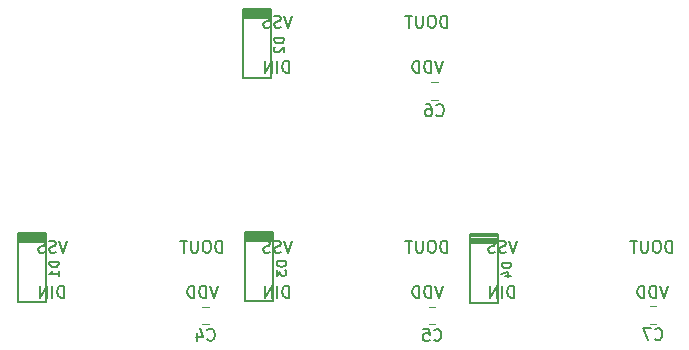
<source format=gbr>
%TF.GenerationSoftware,KiCad,Pcbnew,(5.1.10)-1*%
%TF.CreationDate,2021-11-19T23:24:49+01:00*%
%TF.ProjectId,Labbe,4c616262-652e-46b6-9963-61645f706362,rev?*%
%TF.SameCoordinates,Original*%
%TF.FileFunction,Legend,Bot*%
%TF.FilePolarity,Positive*%
%FSLAX46Y46*%
G04 Gerber Fmt 4.6, Leading zero omitted, Abs format (unit mm)*
G04 Created by KiCad (PCBNEW (5.1.10)-1) date 2021-11-19 23:24:49*
%MOMM*%
%LPD*%
G01*
G04 APERTURE LIST*
%ADD10C,0.120000*%
%ADD11C,0.200000*%
%ADD12C,0.150000*%
G04 APERTURE END LIST*
D10*
%TO.C,C4*%
X195606948Y-118073500D02*
X196129452Y-118073500D01*
X195606948Y-119543500D02*
X196129452Y-119543500D01*
%TO.C,C5*%
X214804448Y-118086200D02*
X215326952Y-118086200D01*
X214804448Y-119556200D02*
X215326952Y-119556200D01*
%TO.C,C6*%
X215003748Y-100531600D02*
X215526252Y-100531600D01*
X215003748Y-99061600D02*
X215526252Y-99061600D01*
%TO.C,C7*%
X233516448Y-118035400D02*
X234038952Y-118035400D01*
X233516448Y-119505400D02*
X234038952Y-119505400D01*
D11*
%TO.C,D1*%
X179965500Y-112584900D02*
X182365500Y-112584900D01*
X179965500Y-112409900D02*
X182365500Y-112409900D01*
X179965500Y-112234900D02*
X182365500Y-112234900D01*
X182365500Y-111834900D02*
X179965500Y-111834900D01*
X179965500Y-112059900D02*
X182365500Y-112059900D01*
X179965500Y-111934900D02*
X182365500Y-111934900D01*
X179965500Y-111859900D02*
X179965500Y-117659900D01*
X179965500Y-117659900D02*
X182365500Y-117659900D01*
X182365500Y-117659900D02*
X182365500Y-111859900D01*
%TO.C,D2*%
X201428200Y-98710400D02*
X201428200Y-92910400D01*
X199028200Y-98710400D02*
X201428200Y-98710400D01*
X199028200Y-92910400D02*
X199028200Y-98710400D01*
X199028200Y-92985400D02*
X201428200Y-92985400D01*
X199028200Y-93110400D02*
X201428200Y-93110400D01*
X201428200Y-92885400D02*
X199028200Y-92885400D01*
X199028200Y-93285400D02*
X201428200Y-93285400D01*
X199028200Y-93460400D02*
X201428200Y-93460400D01*
X199028200Y-93635400D02*
X201428200Y-93635400D01*
%TO.C,D3*%
X199218700Y-112533200D02*
X201618700Y-112533200D01*
X199218700Y-112358200D02*
X201618700Y-112358200D01*
X199218700Y-112183200D02*
X201618700Y-112183200D01*
X201618700Y-111783200D02*
X199218700Y-111783200D01*
X199218700Y-112008200D02*
X201618700Y-112008200D01*
X199218700Y-111883200D02*
X201618700Y-111883200D01*
X199218700Y-111808200D02*
X199218700Y-117608200D01*
X199218700Y-117608200D02*
X201618700Y-117608200D01*
X201618700Y-117608200D02*
X201618700Y-111808200D01*
%TO.C,D4*%
X220668700Y-117722300D02*
X220668700Y-111922300D01*
X218268700Y-117722300D02*
X220668700Y-117722300D01*
X218268700Y-111922300D02*
X218268700Y-117722300D01*
X218268700Y-111997300D02*
X220668700Y-111997300D01*
X218268700Y-112122300D02*
X220668700Y-112122300D01*
X220668700Y-111897300D02*
X218268700Y-111897300D01*
X218268700Y-112297300D02*
X220668700Y-112297300D01*
X218268700Y-112472300D02*
X220668700Y-112472300D01*
X218268700Y-112647300D02*
X220668700Y-112647300D01*
%TO.C,C4*%
D12*
X196034866Y-120845642D02*
X196082485Y-120893261D01*
X196225342Y-120940880D01*
X196320580Y-120940880D01*
X196463438Y-120893261D01*
X196558676Y-120798023D01*
X196606295Y-120702785D01*
X196653914Y-120512309D01*
X196653914Y-120369452D01*
X196606295Y-120178976D01*
X196558676Y-120083738D01*
X196463438Y-119988500D01*
X196320580Y-119940880D01*
X196225342Y-119940880D01*
X196082485Y-119988500D01*
X196034866Y-120036119D01*
X195177723Y-120274214D02*
X195177723Y-120940880D01*
X195415819Y-119893261D02*
X195653914Y-120607547D01*
X195034866Y-120607547D01*
%TO.C,C5*%
X215232366Y-120858342D02*
X215279985Y-120905961D01*
X215422842Y-120953580D01*
X215518080Y-120953580D01*
X215660938Y-120905961D01*
X215756176Y-120810723D01*
X215803795Y-120715485D01*
X215851414Y-120525009D01*
X215851414Y-120382152D01*
X215803795Y-120191676D01*
X215756176Y-120096438D01*
X215660938Y-120001200D01*
X215518080Y-119953580D01*
X215422842Y-119953580D01*
X215279985Y-120001200D01*
X215232366Y-120048819D01*
X214327604Y-119953580D02*
X214803795Y-119953580D01*
X214851414Y-120429771D01*
X214803795Y-120382152D01*
X214708557Y-120334533D01*
X214470461Y-120334533D01*
X214375223Y-120382152D01*
X214327604Y-120429771D01*
X214279985Y-120525009D01*
X214279985Y-120763104D01*
X214327604Y-120858342D01*
X214375223Y-120905961D01*
X214470461Y-120953580D01*
X214708557Y-120953580D01*
X214803795Y-120905961D01*
X214851414Y-120858342D01*
%TO.C,C6*%
X215431666Y-101833742D02*
X215479285Y-101881361D01*
X215622142Y-101928980D01*
X215717380Y-101928980D01*
X215860238Y-101881361D01*
X215955476Y-101786123D01*
X216003095Y-101690885D01*
X216050714Y-101500409D01*
X216050714Y-101357552D01*
X216003095Y-101167076D01*
X215955476Y-101071838D01*
X215860238Y-100976600D01*
X215717380Y-100928980D01*
X215622142Y-100928980D01*
X215479285Y-100976600D01*
X215431666Y-101024219D01*
X214574523Y-100928980D02*
X214765000Y-100928980D01*
X214860238Y-100976600D01*
X214907857Y-101024219D01*
X215003095Y-101167076D01*
X215050714Y-101357552D01*
X215050714Y-101738504D01*
X215003095Y-101833742D01*
X214955476Y-101881361D01*
X214860238Y-101928980D01*
X214669761Y-101928980D01*
X214574523Y-101881361D01*
X214526904Y-101833742D01*
X214479285Y-101738504D01*
X214479285Y-101500409D01*
X214526904Y-101405171D01*
X214574523Y-101357552D01*
X214669761Y-101309933D01*
X214860238Y-101309933D01*
X214955476Y-101357552D01*
X215003095Y-101405171D01*
X215050714Y-101500409D01*
%TO.C,C7*%
X233944366Y-120807542D02*
X233991985Y-120855161D01*
X234134842Y-120902780D01*
X234230080Y-120902780D01*
X234372938Y-120855161D01*
X234468176Y-120759923D01*
X234515795Y-120664685D01*
X234563414Y-120474209D01*
X234563414Y-120331352D01*
X234515795Y-120140876D01*
X234468176Y-120045638D01*
X234372938Y-119950400D01*
X234230080Y-119902780D01*
X234134842Y-119902780D01*
X233991985Y-119950400D01*
X233944366Y-119998019D01*
X233611033Y-119902780D02*
X232944366Y-119902780D01*
X233372938Y-120902780D01*
%TO.C,D1*%
X183452404Y-114269423D02*
X182652404Y-114269423D01*
X182652404Y-114459900D01*
X182690500Y-114574185D01*
X182766690Y-114650376D01*
X182842880Y-114688471D01*
X182995261Y-114726566D01*
X183109547Y-114726566D01*
X183261928Y-114688471D01*
X183338119Y-114650376D01*
X183414309Y-114574185D01*
X183452404Y-114459900D01*
X183452404Y-114269423D01*
X183452404Y-115488471D02*
X183452404Y-115031328D01*
X183452404Y-115259900D02*
X182652404Y-115259900D01*
X182766690Y-115183709D01*
X182842880Y-115107519D01*
X182880976Y-115031328D01*
%TO.C,D2*%
X202515104Y-95319923D02*
X201715104Y-95319923D01*
X201715104Y-95510400D01*
X201753200Y-95624685D01*
X201829390Y-95700876D01*
X201905580Y-95738971D01*
X202057961Y-95777066D01*
X202172247Y-95777066D01*
X202324628Y-95738971D01*
X202400819Y-95700876D01*
X202477009Y-95624685D01*
X202515104Y-95510400D01*
X202515104Y-95319923D01*
X201791295Y-96081828D02*
X201753200Y-96119923D01*
X201715104Y-96196114D01*
X201715104Y-96386590D01*
X201753200Y-96462780D01*
X201791295Y-96500876D01*
X201867485Y-96538971D01*
X201943676Y-96538971D01*
X202057961Y-96500876D01*
X202515104Y-96043733D01*
X202515104Y-96538971D01*
%TO.C,D3*%
X202705604Y-114217723D02*
X201905604Y-114217723D01*
X201905604Y-114408200D01*
X201943700Y-114522485D01*
X202019890Y-114598676D01*
X202096080Y-114636771D01*
X202248461Y-114674866D01*
X202362747Y-114674866D01*
X202515128Y-114636771D01*
X202591319Y-114598676D01*
X202667509Y-114522485D01*
X202705604Y-114408200D01*
X202705604Y-114217723D01*
X201905604Y-114941533D02*
X201905604Y-115436771D01*
X202210366Y-115170104D01*
X202210366Y-115284390D01*
X202248461Y-115360580D01*
X202286557Y-115398676D01*
X202362747Y-115436771D01*
X202553223Y-115436771D01*
X202629414Y-115398676D01*
X202667509Y-115360580D01*
X202705604Y-115284390D01*
X202705604Y-115055819D01*
X202667509Y-114979628D01*
X202629414Y-114941533D01*
%TO.C,D4*%
X221755604Y-114331823D02*
X220955604Y-114331823D01*
X220955604Y-114522300D01*
X220993700Y-114636585D01*
X221069890Y-114712776D01*
X221146080Y-114750871D01*
X221298461Y-114788966D01*
X221412747Y-114788966D01*
X221565128Y-114750871D01*
X221641319Y-114712776D01*
X221717509Y-114636585D01*
X221755604Y-114522300D01*
X221755604Y-114331823D01*
X221222271Y-115474680D02*
X221755604Y-115474680D01*
X220917509Y-115284204D02*
X221488938Y-115093728D01*
X221488938Y-115588966D01*
%TO.C,U1*%
X196913333Y-116292380D02*
X196580000Y-117292380D01*
X196246666Y-116292380D01*
X195913333Y-117292380D02*
X195913333Y-116292380D01*
X195675238Y-116292380D01*
X195532380Y-116340000D01*
X195437142Y-116435238D01*
X195389523Y-116530476D01*
X195341904Y-116720952D01*
X195341904Y-116863809D01*
X195389523Y-117054285D01*
X195437142Y-117149523D01*
X195532380Y-117244761D01*
X195675238Y-117292380D01*
X195913333Y-117292380D01*
X194913333Y-117292380D02*
X194913333Y-116292380D01*
X194675238Y-116292380D01*
X194532380Y-116340000D01*
X194437142Y-116435238D01*
X194389523Y-116530476D01*
X194341904Y-116720952D01*
X194341904Y-116863809D01*
X194389523Y-117054285D01*
X194437142Y-117149523D01*
X194532380Y-117244761D01*
X194675238Y-117292380D01*
X194913333Y-117292380D01*
X197270476Y-113482380D02*
X197270476Y-112482380D01*
X197032380Y-112482380D01*
X196889523Y-112530000D01*
X196794285Y-112625238D01*
X196746666Y-112720476D01*
X196699047Y-112910952D01*
X196699047Y-113053809D01*
X196746666Y-113244285D01*
X196794285Y-113339523D01*
X196889523Y-113434761D01*
X197032380Y-113482380D01*
X197270476Y-113482380D01*
X196080000Y-112482380D02*
X195889523Y-112482380D01*
X195794285Y-112530000D01*
X195699047Y-112625238D01*
X195651428Y-112815714D01*
X195651428Y-113149047D01*
X195699047Y-113339523D01*
X195794285Y-113434761D01*
X195889523Y-113482380D01*
X196080000Y-113482380D01*
X196175238Y-113434761D01*
X196270476Y-113339523D01*
X196318095Y-113149047D01*
X196318095Y-112815714D01*
X196270476Y-112625238D01*
X196175238Y-112530000D01*
X196080000Y-112482380D01*
X195222857Y-112482380D02*
X195222857Y-113291904D01*
X195175238Y-113387142D01*
X195127619Y-113434761D01*
X195032380Y-113482380D01*
X194841904Y-113482380D01*
X194746666Y-113434761D01*
X194699047Y-113387142D01*
X194651428Y-113291904D01*
X194651428Y-112482380D01*
X194318095Y-112482380D02*
X193746666Y-112482380D01*
X194032380Y-113482380D02*
X194032380Y-112482380D01*
X183903809Y-117292380D02*
X183903809Y-116292380D01*
X183665714Y-116292380D01*
X183522857Y-116340000D01*
X183427619Y-116435238D01*
X183380000Y-116530476D01*
X183332380Y-116720952D01*
X183332380Y-116863809D01*
X183380000Y-117054285D01*
X183427619Y-117149523D01*
X183522857Y-117244761D01*
X183665714Y-117292380D01*
X183903809Y-117292380D01*
X182903809Y-117292380D02*
X182903809Y-116292380D01*
X182427619Y-117292380D02*
X182427619Y-116292380D01*
X181856190Y-117292380D01*
X181856190Y-116292380D01*
X184165714Y-112482380D02*
X183832380Y-113482380D01*
X183499047Y-112482380D01*
X183213333Y-113434761D02*
X183070476Y-113482380D01*
X182832380Y-113482380D01*
X182737142Y-113434761D01*
X182689523Y-113387142D01*
X182641904Y-113291904D01*
X182641904Y-113196666D01*
X182689523Y-113101428D01*
X182737142Y-113053809D01*
X182832380Y-113006190D01*
X183022857Y-112958571D01*
X183118095Y-112910952D01*
X183165714Y-112863333D01*
X183213333Y-112768095D01*
X183213333Y-112672857D01*
X183165714Y-112577619D01*
X183118095Y-112530000D01*
X183022857Y-112482380D01*
X182784761Y-112482380D01*
X182641904Y-112530000D01*
X182260952Y-113434761D02*
X182118095Y-113482380D01*
X181880000Y-113482380D01*
X181784761Y-113434761D01*
X181737142Y-113387142D01*
X181689523Y-113291904D01*
X181689523Y-113196666D01*
X181737142Y-113101428D01*
X181784761Y-113053809D01*
X181880000Y-113006190D01*
X182070476Y-112958571D01*
X182165714Y-112910952D01*
X182213333Y-112863333D01*
X182260952Y-112768095D01*
X182260952Y-112672857D01*
X182213333Y-112577619D01*
X182165714Y-112530000D01*
X182070476Y-112482380D01*
X181832380Y-112482380D01*
X181689523Y-112530000D01*
%TO.C,U2*%
X215963333Y-97242380D02*
X215630000Y-98242380D01*
X215296666Y-97242380D01*
X214963333Y-98242380D02*
X214963333Y-97242380D01*
X214725238Y-97242380D01*
X214582380Y-97290000D01*
X214487142Y-97385238D01*
X214439523Y-97480476D01*
X214391904Y-97670952D01*
X214391904Y-97813809D01*
X214439523Y-98004285D01*
X214487142Y-98099523D01*
X214582380Y-98194761D01*
X214725238Y-98242380D01*
X214963333Y-98242380D01*
X213963333Y-98242380D02*
X213963333Y-97242380D01*
X213725238Y-97242380D01*
X213582380Y-97290000D01*
X213487142Y-97385238D01*
X213439523Y-97480476D01*
X213391904Y-97670952D01*
X213391904Y-97813809D01*
X213439523Y-98004285D01*
X213487142Y-98099523D01*
X213582380Y-98194761D01*
X213725238Y-98242380D01*
X213963333Y-98242380D01*
X216320476Y-94432380D02*
X216320476Y-93432380D01*
X216082380Y-93432380D01*
X215939523Y-93480000D01*
X215844285Y-93575238D01*
X215796666Y-93670476D01*
X215749047Y-93860952D01*
X215749047Y-94003809D01*
X215796666Y-94194285D01*
X215844285Y-94289523D01*
X215939523Y-94384761D01*
X216082380Y-94432380D01*
X216320476Y-94432380D01*
X215130000Y-93432380D02*
X214939523Y-93432380D01*
X214844285Y-93480000D01*
X214749047Y-93575238D01*
X214701428Y-93765714D01*
X214701428Y-94099047D01*
X214749047Y-94289523D01*
X214844285Y-94384761D01*
X214939523Y-94432380D01*
X215130000Y-94432380D01*
X215225238Y-94384761D01*
X215320476Y-94289523D01*
X215368095Y-94099047D01*
X215368095Y-93765714D01*
X215320476Y-93575238D01*
X215225238Y-93480000D01*
X215130000Y-93432380D01*
X214272857Y-93432380D02*
X214272857Y-94241904D01*
X214225238Y-94337142D01*
X214177619Y-94384761D01*
X214082380Y-94432380D01*
X213891904Y-94432380D01*
X213796666Y-94384761D01*
X213749047Y-94337142D01*
X213701428Y-94241904D01*
X213701428Y-93432380D01*
X213368095Y-93432380D02*
X212796666Y-93432380D01*
X213082380Y-94432380D02*
X213082380Y-93432380D01*
X202953809Y-98242380D02*
X202953809Y-97242380D01*
X202715714Y-97242380D01*
X202572857Y-97290000D01*
X202477619Y-97385238D01*
X202430000Y-97480476D01*
X202382380Y-97670952D01*
X202382380Y-97813809D01*
X202430000Y-98004285D01*
X202477619Y-98099523D01*
X202572857Y-98194761D01*
X202715714Y-98242380D01*
X202953809Y-98242380D01*
X201953809Y-98242380D02*
X201953809Y-97242380D01*
X201477619Y-98242380D02*
X201477619Y-97242380D01*
X200906190Y-98242380D01*
X200906190Y-97242380D01*
X203215714Y-93432380D02*
X202882380Y-94432380D01*
X202549047Y-93432380D01*
X202263333Y-94384761D02*
X202120476Y-94432380D01*
X201882380Y-94432380D01*
X201787142Y-94384761D01*
X201739523Y-94337142D01*
X201691904Y-94241904D01*
X201691904Y-94146666D01*
X201739523Y-94051428D01*
X201787142Y-94003809D01*
X201882380Y-93956190D01*
X202072857Y-93908571D01*
X202168095Y-93860952D01*
X202215714Y-93813333D01*
X202263333Y-93718095D01*
X202263333Y-93622857D01*
X202215714Y-93527619D01*
X202168095Y-93480000D01*
X202072857Y-93432380D01*
X201834761Y-93432380D01*
X201691904Y-93480000D01*
X201310952Y-94384761D02*
X201168095Y-94432380D01*
X200930000Y-94432380D01*
X200834761Y-94384761D01*
X200787142Y-94337142D01*
X200739523Y-94241904D01*
X200739523Y-94146666D01*
X200787142Y-94051428D01*
X200834761Y-94003809D01*
X200930000Y-93956190D01*
X201120476Y-93908571D01*
X201215714Y-93860952D01*
X201263333Y-93813333D01*
X201310952Y-93718095D01*
X201310952Y-93622857D01*
X201263333Y-93527619D01*
X201215714Y-93480000D01*
X201120476Y-93432380D01*
X200882380Y-93432380D01*
X200739523Y-93480000D01*
%TO.C,U3*%
X203215714Y-112482380D02*
X202882380Y-113482380D01*
X202549047Y-112482380D01*
X202263333Y-113434761D02*
X202120476Y-113482380D01*
X201882380Y-113482380D01*
X201787142Y-113434761D01*
X201739523Y-113387142D01*
X201691904Y-113291904D01*
X201691904Y-113196666D01*
X201739523Y-113101428D01*
X201787142Y-113053809D01*
X201882380Y-113006190D01*
X202072857Y-112958571D01*
X202168095Y-112910952D01*
X202215714Y-112863333D01*
X202263333Y-112768095D01*
X202263333Y-112672857D01*
X202215714Y-112577619D01*
X202168095Y-112530000D01*
X202072857Y-112482380D01*
X201834761Y-112482380D01*
X201691904Y-112530000D01*
X201310952Y-113434761D02*
X201168095Y-113482380D01*
X200930000Y-113482380D01*
X200834761Y-113434761D01*
X200787142Y-113387142D01*
X200739523Y-113291904D01*
X200739523Y-113196666D01*
X200787142Y-113101428D01*
X200834761Y-113053809D01*
X200930000Y-113006190D01*
X201120476Y-112958571D01*
X201215714Y-112910952D01*
X201263333Y-112863333D01*
X201310952Y-112768095D01*
X201310952Y-112672857D01*
X201263333Y-112577619D01*
X201215714Y-112530000D01*
X201120476Y-112482380D01*
X200882380Y-112482380D01*
X200739523Y-112530000D01*
X202953809Y-117292380D02*
X202953809Y-116292380D01*
X202715714Y-116292380D01*
X202572857Y-116340000D01*
X202477619Y-116435238D01*
X202430000Y-116530476D01*
X202382380Y-116720952D01*
X202382380Y-116863809D01*
X202430000Y-117054285D01*
X202477619Y-117149523D01*
X202572857Y-117244761D01*
X202715714Y-117292380D01*
X202953809Y-117292380D01*
X201953809Y-117292380D02*
X201953809Y-116292380D01*
X201477619Y-117292380D02*
X201477619Y-116292380D01*
X200906190Y-117292380D01*
X200906190Y-116292380D01*
X216320476Y-113482380D02*
X216320476Y-112482380D01*
X216082380Y-112482380D01*
X215939523Y-112530000D01*
X215844285Y-112625238D01*
X215796666Y-112720476D01*
X215749047Y-112910952D01*
X215749047Y-113053809D01*
X215796666Y-113244285D01*
X215844285Y-113339523D01*
X215939523Y-113434761D01*
X216082380Y-113482380D01*
X216320476Y-113482380D01*
X215130000Y-112482380D02*
X214939523Y-112482380D01*
X214844285Y-112530000D01*
X214749047Y-112625238D01*
X214701428Y-112815714D01*
X214701428Y-113149047D01*
X214749047Y-113339523D01*
X214844285Y-113434761D01*
X214939523Y-113482380D01*
X215130000Y-113482380D01*
X215225238Y-113434761D01*
X215320476Y-113339523D01*
X215368095Y-113149047D01*
X215368095Y-112815714D01*
X215320476Y-112625238D01*
X215225238Y-112530000D01*
X215130000Y-112482380D01*
X214272857Y-112482380D02*
X214272857Y-113291904D01*
X214225238Y-113387142D01*
X214177619Y-113434761D01*
X214082380Y-113482380D01*
X213891904Y-113482380D01*
X213796666Y-113434761D01*
X213749047Y-113387142D01*
X213701428Y-113291904D01*
X213701428Y-112482380D01*
X213368095Y-112482380D02*
X212796666Y-112482380D01*
X213082380Y-113482380D02*
X213082380Y-112482380D01*
X215963333Y-116292380D02*
X215630000Y-117292380D01*
X215296666Y-116292380D01*
X214963333Y-117292380D02*
X214963333Y-116292380D01*
X214725238Y-116292380D01*
X214582380Y-116340000D01*
X214487142Y-116435238D01*
X214439523Y-116530476D01*
X214391904Y-116720952D01*
X214391904Y-116863809D01*
X214439523Y-117054285D01*
X214487142Y-117149523D01*
X214582380Y-117244761D01*
X214725238Y-117292380D01*
X214963333Y-117292380D01*
X213963333Y-117292380D02*
X213963333Y-116292380D01*
X213725238Y-116292380D01*
X213582380Y-116340000D01*
X213487142Y-116435238D01*
X213439523Y-116530476D01*
X213391904Y-116720952D01*
X213391904Y-116863809D01*
X213439523Y-117054285D01*
X213487142Y-117149523D01*
X213582380Y-117244761D01*
X213725238Y-117292380D01*
X213963333Y-117292380D01*
%TO.C,U5*%
X222265714Y-112482380D02*
X221932380Y-113482380D01*
X221599047Y-112482380D01*
X221313333Y-113434761D02*
X221170476Y-113482380D01*
X220932380Y-113482380D01*
X220837142Y-113434761D01*
X220789523Y-113387142D01*
X220741904Y-113291904D01*
X220741904Y-113196666D01*
X220789523Y-113101428D01*
X220837142Y-113053809D01*
X220932380Y-113006190D01*
X221122857Y-112958571D01*
X221218095Y-112910952D01*
X221265714Y-112863333D01*
X221313333Y-112768095D01*
X221313333Y-112672857D01*
X221265714Y-112577619D01*
X221218095Y-112530000D01*
X221122857Y-112482380D01*
X220884761Y-112482380D01*
X220741904Y-112530000D01*
X220360952Y-113434761D02*
X220218095Y-113482380D01*
X219980000Y-113482380D01*
X219884761Y-113434761D01*
X219837142Y-113387142D01*
X219789523Y-113291904D01*
X219789523Y-113196666D01*
X219837142Y-113101428D01*
X219884761Y-113053809D01*
X219980000Y-113006190D01*
X220170476Y-112958571D01*
X220265714Y-112910952D01*
X220313333Y-112863333D01*
X220360952Y-112768095D01*
X220360952Y-112672857D01*
X220313333Y-112577619D01*
X220265714Y-112530000D01*
X220170476Y-112482380D01*
X219932380Y-112482380D01*
X219789523Y-112530000D01*
X222003809Y-117292380D02*
X222003809Y-116292380D01*
X221765714Y-116292380D01*
X221622857Y-116340000D01*
X221527619Y-116435238D01*
X221480000Y-116530476D01*
X221432380Y-116720952D01*
X221432380Y-116863809D01*
X221480000Y-117054285D01*
X221527619Y-117149523D01*
X221622857Y-117244761D01*
X221765714Y-117292380D01*
X222003809Y-117292380D01*
X221003809Y-117292380D02*
X221003809Y-116292380D01*
X220527619Y-117292380D02*
X220527619Y-116292380D01*
X219956190Y-117292380D01*
X219956190Y-116292380D01*
X235370476Y-113482380D02*
X235370476Y-112482380D01*
X235132380Y-112482380D01*
X234989523Y-112530000D01*
X234894285Y-112625238D01*
X234846666Y-112720476D01*
X234799047Y-112910952D01*
X234799047Y-113053809D01*
X234846666Y-113244285D01*
X234894285Y-113339523D01*
X234989523Y-113434761D01*
X235132380Y-113482380D01*
X235370476Y-113482380D01*
X234180000Y-112482380D02*
X233989523Y-112482380D01*
X233894285Y-112530000D01*
X233799047Y-112625238D01*
X233751428Y-112815714D01*
X233751428Y-113149047D01*
X233799047Y-113339523D01*
X233894285Y-113434761D01*
X233989523Y-113482380D01*
X234180000Y-113482380D01*
X234275238Y-113434761D01*
X234370476Y-113339523D01*
X234418095Y-113149047D01*
X234418095Y-112815714D01*
X234370476Y-112625238D01*
X234275238Y-112530000D01*
X234180000Y-112482380D01*
X233322857Y-112482380D02*
X233322857Y-113291904D01*
X233275238Y-113387142D01*
X233227619Y-113434761D01*
X233132380Y-113482380D01*
X232941904Y-113482380D01*
X232846666Y-113434761D01*
X232799047Y-113387142D01*
X232751428Y-113291904D01*
X232751428Y-112482380D01*
X232418095Y-112482380D02*
X231846666Y-112482380D01*
X232132380Y-113482380D02*
X232132380Y-112482380D01*
X235013333Y-116292380D02*
X234680000Y-117292380D01*
X234346666Y-116292380D01*
X234013333Y-117292380D02*
X234013333Y-116292380D01*
X233775238Y-116292380D01*
X233632380Y-116340000D01*
X233537142Y-116435238D01*
X233489523Y-116530476D01*
X233441904Y-116720952D01*
X233441904Y-116863809D01*
X233489523Y-117054285D01*
X233537142Y-117149523D01*
X233632380Y-117244761D01*
X233775238Y-117292380D01*
X234013333Y-117292380D01*
X233013333Y-117292380D02*
X233013333Y-116292380D01*
X232775238Y-116292380D01*
X232632380Y-116340000D01*
X232537142Y-116435238D01*
X232489523Y-116530476D01*
X232441904Y-116720952D01*
X232441904Y-116863809D01*
X232489523Y-117054285D01*
X232537142Y-117149523D01*
X232632380Y-117244761D01*
X232775238Y-117292380D01*
X233013333Y-117292380D01*
%TD*%
M02*

</source>
